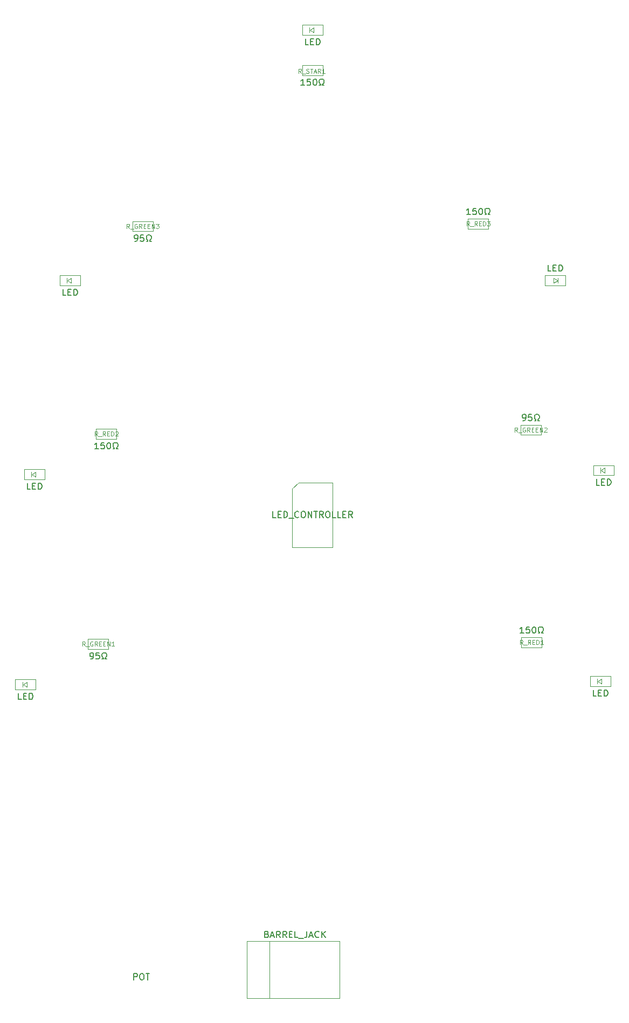
<source format=gbr>
G04 #@! TF.FileFunction,Other,Fab,Top*
%FSLAX46Y46*%
G04 Gerber Fmt 4.6, Leading zero omitted, Abs format (unit mm)*
G04 Created by KiCad (PCBNEW 4.0.6) date Sunday, September 24, 2017 'PMt' 03:47:12 PM*
%MOMM*%
%LPD*%
G01*
G04 APERTURE LIST*
%ADD10C,0.100000*%
%ADD11C,0.150000*%
%ADD12C,0.105000*%
G04 APERTURE END LIST*
D10*
X49765000Y-128270000D02*
X50365000Y-127870000D01*
X50365000Y-127870000D02*
X50365000Y-128670000D01*
X50365000Y-128670000D02*
X49765000Y-128270000D01*
X49715000Y-127870000D02*
X49715000Y-128670000D01*
X48565000Y-129070000D02*
X48565000Y-127470000D01*
X51765000Y-129070000D02*
X48565000Y-129070000D01*
X51765000Y-127470000D02*
X51765000Y-129070000D01*
X48565000Y-127470000D02*
X51765000Y-127470000D01*
X140570000Y-94615000D02*
X141170000Y-94215000D01*
X141170000Y-94215000D02*
X141170000Y-95015000D01*
X141170000Y-95015000D02*
X140570000Y-94615000D01*
X140520000Y-94215000D02*
X140520000Y-95015000D01*
X139370000Y-95415000D02*
X139370000Y-93815000D01*
X142570000Y-95415000D02*
X139370000Y-95415000D01*
X142570000Y-93815000D02*
X142570000Y-95415000D01*
X139370000Y-93815000D02*
X142570000Y-93815000D01*
X56750000Y-64770000D02*
X57350000Y-64370000D01*
X57350000Y-64370000D02*
X57350000Y-65170000D01*
X57350000Y-65170000D02*
X56750000Y-64770000D01*
X56700000Y-64370000D02*
X56700000Y-65170000D01*
X55550000Y-65570000D02*
X55550000Y-63970000D01*
X58750000Y-65570000D02*
X55550000Y-65570000D01*
X58750000Y-63970000D02*
X58750000Y-65570000D01*
X55550000Y-63970000D02*
X58750000Y-63970000D01*
X93075000Y-96520000D02*
X98425000Y-96520000D01*
X98425000Y-96520000D02*
X98425000Y-106680000D01*
X98425000Y-106680000D02*
X92075000Y-106680000D01*
X92075000Y-106680000D02*
X92075000Y-97520000D01*
X92075000Y-97520000D02*
X93075000Y-96520000D01*
X140062000Y-127762000D02*
X140662000Y-127362000D01*
X140662000Y-127362000D02*
X140662000Y-128162000D01*
X140662000Y-128162000D02*
X140062000Y-127762000D01*
X140012000Y-127362000D02*
X140012000Y-128162000D01*
X138862000Y-128562000D02*
X138862000Y-126962000D01*
X142062000Y-128562000D02*
X138862000Y-128562000D01*
X142062000Y-126962000D02*
X142062000Y-128562000D01*
X138862000Y-126962000D02*
X142062000Y-126962000D01*
X51162000Y-95250000D02*
X51762000Y-94850000D01*
X51762000Y-94850000D02*
X51762000Y-95650000D01*
X51762000Y-95650000D02*
X51162000Y-95250000D01*
X51112000Y-94850000D02*
X51112000Y-95650000D01*
X49962000Y-96050000D02*
X49962000Y-94450000D01*
X53162000Y-96050000D02*
X49962000Y-96050000D01*
X53162000Y-94450000D02*
X53162000Y-96050000D01*
X49962000Y-94450000D02*
X53162000Y-94450000D01*
X133750000Y-64770000D02*
X133150000Y-65170000D01*
X133150000Y-65170000D02*
X133150000Y-64370000D01*
X133150000Y-64370000D02*
X133750000Y-64770000D01*
X133800000Y-65170000D02*
X133800000Y-64370000D01*
X134950000Y-63970000D02*
X134950000Y-65570000D01*
X131750000Y-63970000D02*
X134950000Y-63970000D01*
X131750000Y-65570000D02*
X131750000Y-63970000D01*
X134950000Y-65570000D02*
X131750000Y-65570000D01*
X59995000Y-122720000D02*
X59995000Y-121120000D01*
X63195000Y-122720000D02*
X59995000Y-122720000D01*
X63195000Y-121120000D02*
X63195000Y-122720000D01*
X59995000Y-121120000D02*
X63195000Y-121120000D01*
X131140000Y-87465000D02*
X131140000Y-89065000D01*
X127940000Y-87465000D02*
X131140000Y-87465000D01*
X127940000Y-89065000D02*
X127940000Y-87465000D01*
X131140000Y-89065000D02*
X127940000Y-89065000D01*
X66980000Y-57061000D02*
X66980000Y-55461000D01*
X70180000Y-57061000D02*
X66980000Y-57061000D01*
X70180000Y-55461000D02*
X70180000Y-57061000D01*
X66980000Y-55461000D02*
X70180000Y-55461000D01*
X131267000Y-120866000D02*
X131267000Y-122466000D01*
X128067000Y-120866000D02*
X131267000Y-120866000D01*
X128067000Y-122466000D02*
X128067000Y-120866000D01*
X131267000Y-122466000D02*
X128067000Y-122466000D01*
X61265000Y-89700000D02*
X61265000Y-88100000D01*
X64465000Y-89700000D02*
X61265000Y-89700000D01*
X64465000Y-88100000D02*
X64465000Y-89700000D01*
X61265000Y-88100000D02*
X64465000Y-88100000D01*
X122885000Y-55080000D02*
X122885000Y-56680000D01*
X119685000Y-55080000D02*
X122885000Y-55080000D01*
X119685000Y-56680000D02*
X119685000Y-55080000D01*
X122885000Y-56680000D02*
X119685000Y-56680000D01*
X93650000Y-32550000D02*
X93650000Y-30950000D01*
X96850000Y-32550000D02*
X93650000Y-32550000D01*
X96850000Y-30950000D02*
X96850000Y-32550000D01*
X93650000Y-30950000D02*
X96850000Y-30950000D01*
X94850000Y-25400000D02*
X95450000Y-25000000D01*
X95450000Y-25000000D02*
X95450000Y-25800000D01*
X95450000Y-25800000D02*
X94850000Y-25400000D01*
X94800000Y-25000000D02*
X94800000Y-25800000D01*
X93650000Y-26200000D02*
X93650000Y-24600000D01*
X96850000Y-26200000D02*
X93650000Y-26200000D01*
X96850000Y-24600000D02*
X96850000Y-26200000D01*
X93650000Y-24600000D02*
X96850000Y-24600000D01*
X88479000Y-168601000D02*
X88479000Y-177601000D01*
X84979000Y-168601000D02*
X84979000Y-177601000D01*
X84979000Y-177601000D02*
X99479000Y-177601000D01*
X99479000Y-177601000D02*
X99479000Y-168601000D01*
X99479000Y-168601000D02*
X84979000Y-168601000D01*
D11*
X49522143Y-130622381D02*
X49045952Y-130622381D01*
X49045952Y-129622381D01*
X49855476Y-130098571D02*
X50188810Y-130098571D01*
X50331667Y-130622381D02*
X49855476Y-130622381D01*
X49855476Y-129622381D01*
X50331667Y-129622381D01*
X50760238Y-130622381D02*
X50760238Y-129622381D01*
X50998333Y-129622381D01*
X51141191Y-129670000D01*
X51236429Y-129765238D01*
X51284048Y-129860476D01*
X51331667Y-130050952D01*
X51331667Y-130193810D01*
X51284048Y-130384286D01*
X51236429Y-130479524D01*
X51141191Y-130574762D01*
X50998333Y-130622381D01*
X50760238Y-130622381D01*
X140327143Y-96967381D02*
X139850952Y-96967381D01*
X139850952Y-95967381D01*
X140660476Y-96443571D02*
X140993810Y-96443571D01*
X141136667Y-96967381D02*
X140660476Y-96967381D01*
X140660476Y-95967381D01*
X141136667Y-95967381D01*
X141565238Y-96967381D02*
X141565238Y-95967381D01*
X141803333Y-95967381D01*
X141946191Y-96015000D01*
X142041429Y-96110238D01*
X142089048Y-96205476D01*
X142136667Y-96395952D01*
X142136667Y-96538810D01*
X142089048Y-96729286D01*
X142041429Y-96824524D01*
X141946191Y-96919762D01*
X141803333Y-96967381D01*
X141565238Y-96967381D01*
X56507143Y-67122381D02*
X56030952Y-67122381D01*
X56030952Y-66122381D01*
X56840476Y-66598571D02*
X57173810Y-66598571D01*
X57316667Y-67122381D02*
X56840476Y-67122381D01*
X56840476Y-66122381D01*
X57316667Y-66122381D01*
X57745238Y-67122381D02*
X57745238Y-66122381D01*
X57983333Y-66122381D01*
X58126191Y-66170000D01*
X58221429Y-66265238D01*
X58269048Y-66360476D01*
X58316667Y-66550952D01*
X58316667Y-66693810D01*
X58269048Y-66884286D01*
X58221429Y-66979524D01*
X58126191Y-67074762D01*
X57983333Y-67122381D01*
X57745238Y-67122381D01*
X89511905Y-102052381D02*
X89035714Y-102052381D01*
X89035714Y-101052381D01*
X89845238Y-101528571D02*
X90178572Y-101528571D01*
X90321429Y-102052381D02*
X89845238Y-102052381D01*
X89845238Y-101052381D01*
X90321429Y-101052381D01*
X90750000Y-102052381D02*
X90750000Y-101052381D01*
X90988095Y-101052381D01*
X91130953Y-101100000D01*
X91226191Y-101195238D01*
X91273810Y-101290476D01*
X91321429Y-101480952D01*
X91321429Y-101623810D01*
X91273810Y-101814286D01*
X91226191Y-101909524D01*
X91130953Y-102004762D01*
X90988095Y-102052381D01*
X90750000Y-102052381D01*
X91511905Y-102147619D02*
X92273810Y-102147619D01*
X93083334Y-101957143D02*
X93035715Y-102004762D01*
X92892858Y-102052381D01*
X92797620Y-102052381D01*
X92654762Y-102004762D01*
X92559524Y-101909524D01*
X92511905Y-101814286D01*
X92464286Y-101623810D01*
X92464286Y-101480952D01*
X92511905Y-101290476D01*
X92559524Y-101195238D01*
X92654762Y-101100000D01*
X92797620Y-101052381D01*
X92892858Y-101052381D01*
X93035715Y-101100000D01*
X93083334Y-101147619D01*
X93702381Y-101052381D02*
X93892858Y-101052381D01*
X93988096Y-101100000D01*
X94083334Y-101195238D01*
X94130953Y-101385714D01*
X94130953Y-101719048D01*
X94083334Y-101909524D01*
X93988096Y-102004762D01*
X93892858Y-102052381D01*
X93702381Y-102052381D01*
X93607143Y-102004762D01*
X93511905Y-101909524D01*
X93464286Y-101719048D01*
X93464286Y-101385714D01*
X93511905Y-101195238D01*
X93607143Y-101100000D01*
X93702381Y-101052381D01*
X94559524Y-102052381D02*
X94559524Y-101052381D01*
X95130953Y-102052381D01*
X95130953Y-101052381D01*
X95464286Y-101052381D02*
X96035715Y-101052381D01*
X95750000Y-102052381D02*
X95750000Y-101052381D01*
X96940477Y-102052381D02*
X96607143Y-101576190D01*
X96369048Y-102052381D02*
X96369048Y-101052381D01*
X96750001Y-101052381D01*
X96845239Y-101100000D01*
X96892858Y-101147619D01*
X96940477Y-101242857D01*
X96940477Y-101385714D01*
X96892858Y-101480952D01*
X96845239Y-101528571D01*
X96750001Y-101576190D01*
X96369048Y-101576190D01*
X97559524Y-101052381D02*
X97750001Y-101052381D01*
X97845239Y-101100000D01*
X97940477Y-101195238D01*
X97988096Y-101385714D01*
X97988096Y-101719048D01*
X97940477Y-101909524D01*
X97845239Y-102004762D01*
X97750001Y-102052381D01*
X97559524Y-102052381D01*
X97464286Y-102004762D01*
X97369048Y-101909524D01*
X97321429Y-101719048D01*
X97321429Y-101385714D01*
X97369048Y-101195238D01*
X97464286Y-101100000D01*
X97559524Y-101052381D01*
X98892858Y-102052381D02*
X98416667Y-102052381D01*
X98416667Y-101052381D01*
X99702382Y-102052381D02*
X99226191Y-102052381D01*
X99226191Y-101052381D01*
X100035715Y-101528571D02*
X100369049Y-101528571D01*
X100511906Y-102052381D02*
X100035715Y-102052381D01*
X100035715Y-101052381D01*
X100511906Y-101052381D01*
X101511906Y-102052381D02*
X101178572Y-101576190D01*
X100940477Y-102052381D02*
X100940477Y-101052381D01*
X101321430Y-101052381D01*
X101416668Y-101100000D01*
X101464287Y-101147619D01*
X101511906Y-101242857D01*
X101511906Y-101385714D01*
X101464287Y-101480952D01*
X101416668Y-101528571D01*
X101321430Y-101576190D01*
X100940477Y-101576190D01*
X139819143Y-130114381D02*
X139342952Y-130114381D01*
X139342952Y-129114381D01*
X140152476Y-129590571D02*
X140485810Y-129590571D01*
X140628667Y-130114381D02*
X140152476Y-130114381D01*
X140152476Y-129114381D01*
X140628667Y-129114381D01*
X141057238Y-130114381D02*
X141057238Y-129114381D01*
X141295333Y-129114381D01*
X141438191Y-129162000D01*
X141533429Y-129257238D01*
X141581048Y-129352476D01*
X141628667Y-129542952D01*
X141628667Y-129685810D01*
X141581048Y-129876286D01*
X141533429Y-129971524D01*
X141438191Y-130066762D01*
X141295333Y-130114381D01*
X141057238Y-130114381D01*
X50919143Y-97602381D02*
X50442952Y-97602381D01*
X50442952Y-96602381D01*
X51252476Y-97078571D02*
X51585810Y-97078571D01*
X51728667Y-97602381D02*
X51252476Y-97602381D01*
X51252476Y-96602381D01*
X51728667Y-96602381D01*
X52157238Y-97602381D02*
X52157238Y-96602381D01*
X52395333Y-96602381D01*
X52538191Y-96650000D01*
X52633429Y-96745238D01*
X52681048Y-96840476D01*
X52728667Y-97030952D01*
X52728667Y-97173810D01*
X52681048Y-97364286D01*
X52633429Y-97459524D01*
X52538191Y-97554762D01*
X52395333Y-97602381D01*
X52157238Y-97602381D01*
X132707143Y-63322381D02*
X132230952Y-63322381D01*
X132230952Y-62322381D01*
X133040476Y-62798571D02*
X133373810Y-62798571D01*
X133516667Y-63322381D02*
X133040476Y-63322381D01*
X133040476Y-62322381D01*
X133516667Y-62322381D01*
X133945238Y-63322381D02*
X133945238Y-62322381D01*
X134183333Y-62322381D01*
X134326191Y-62370000D01*
X134421429Y-62465238D01*
X134469048Y-62560476D01*
X134516667Y-62750952D01*
X134516667Y-62893810D01*
X134469048Y-63084286D01*
X134421429Y-63179524D01*
X134326191Y-63274762D01*
X134183333Y-63322381D01*
X133945238Y-63322381D01*
X60356905Y-124272381D02*
X60547381Y-124272381D01*
X60642620Y-124224762D01*
X60690239Y-124177143D01*
X60785477Y-124034286D01*
X60833096Y-123843810D01*
X60833096Y-123462857D01*
X60785477Y-123367619D01*
X60737858Y-123320000D01*
X60642620Y-123272381D01*
X60452143Y-123272381D01*
X60356905Y-123320000D01*
X60309286Y-123367619D01*
X60261667Y-123462857D01*
X60261667Y-123700952D01*
X60309286Y-123796190D01*
X60356905Y-123843810D01*
X60452143Y-123891429D01*
X60642620Y-123891429D01*
X60737858Y-123843810D01*
X60785477Y-123796190D01*
X60833096Y-123700952D01*
X61737858Y-123272381D02*
X61261667Y-123272381D01*
X61214048Y-123748571D01*
X61261667Y-123700952D01*
X61356905Y-123653333D01*
X61595001Y-123653333D01*
X61690239Y-123700952D01*
X61737858Y-123748571D01*
X61785477Y-123843810D01*
X61785477Y-124081905D01*
X61737858Y-124177143D01*
X61690239Y-124224762D01*
X61595001Y-124272381D01*
X61356905Y-124272381D01*
X61261667Y-124224762D01*
X61214048Y-124177143D01*
X62166429Y-124272381D02*
X62404524Y-124272381D01*
X62404524Y-124081905D01*
X62309286Y-124034286D01*
X62214048Y-123939048D01*
X62166429Y-123796190D01*
X62166429Y-123558095D01*
X62214048Y-123415238D01*
X62309286Y-123320000D01*
X62452143Y-123272381D01*
X62642620Y-123272381D01*
X62785477Y-123320000D01*
X62880715Y-123415238D01*
X62928334Y-123558095D01*
X62928334Y-123796190D01*
X62880715Y-123939048D01*
X62785477Y-124034286D01*
X62690239Y-124081905D01*
X62690239Y-124272381D01*
X62928334Y-124272381D01*
D12*
X59511668Y-122236667D02*
X59278334Y-121903333D01*
X59111668Y-122236667D02*
X59111668Y-121536667D01*
X59378334Y-121536667D01*
X59445001Y-121570000D01*
X59478334Y-121603333D01*
X59511668Y-121670000D01*
X59511668Y-121770000D01*
X59478334Y-121836667D01*
X59445001Y-121870000D01*
X59378334Y-121903333D01*
X59111668Y-121903333D01*
X59645001Y-122303333D02*
X60178334Y-122303333D01*
X60711667Y-121570000D02*
X60645001Y-121536667D01*
X60545001Y-121536667D01*
X60445001Y-121570000D01*
X60378334Y-121636667D01*
X60345001Y-121703333D01*
X60311667Y-121836667D01*
X60311667Y-121936667D01*
X60345001Y-122070000D01*
X60378334Y-122136667D01*
X60445001Y-122203333D01*
X60545001Y-122236667D01*
X60611667Y-122236667D01*
X60711667Y-122203333D01*
X60745001Y-122170000D01*
X60745001Y-121936667D01*
X60611667Y-121936667D01*
X61445001Y-122236667D02*
X61211667Y-121903333D01*
X61045001Y-122236667D02*
X61045001Y-121536667D01*
X61311667Y-121536667D01*
X61378334Y-121570000D01*
X61411667Y-121603333D01*
X61445001Y-121670000D01*
X61445001Y-121770000D01*
X61411667Y-121836667D01*
X61378334Y-121870000D01*
X61311667Y-121903333D01*
X61045001Y-121903333D01*
X61745001Y-121870000D02*
X61978334Y-121870000D01*
X62078334Y-122236667D02*
X61745001Y-122236667D01*
X61745001Y-121536667D01*
X62078334Y-121536667D01*
X62378334Y-121870000D02*
X62611667Y-121870000D01*
X62711667Y-122236667D02*
X62378334Y-122236667D01*
X62378334Y-121536667D01*
X62711667Y-121536667D01*
X63011667Y-122236667D02*
X63011667Y-121536667D01*
X63411667Y-122236667D01*
X63411667Y-121536667D01*
X64111666Y-122236667D02*
X63711666Y-122236667D01*
X63911666Y-122236667D02*
X63911666Y-121536667D01*
X63845000Y-121636667D01*
X63778333Y-121703333D01*
X63711666Y-121736667D01*
D11*
X128301905Y-86817381D02*
X128492381Y-86817381D01*
X128587620Y-86769762D01*
X128635239Y-86722143D01*
X128730477Y-86579286D01*
X128778096Y-86388810D01*
X128778096Y-86007857D01*
X128730477Y-85912619D01*
X128682858Y-85865000D01*
X128587620Y-85817381D01*
X128397143Y-85817381D01*
X128301905Y-85865000D01*
X128254286Y-85912619D01*
X128206667Y-86007857D01*
X128206667Y-86245952D01*
X128254286Y-86341190D01*
X128301905Y-86388810D01*
X128397143Y-86436429D01*
X128587620Y-86436429D01*
X128682858Y-86388810D01*
X128730477Y-86341190D01*
X128778096Y-86245952D01*
X129682858Y-85817381D02*
X129206667Y-85817381D01*
X129159048Y-86293571D01*
X129206667Y-86245952D01*
X129301905Y-86198333D01*
X129540001Y-86198333D01*
X129635239Y-86245952D01*
X129682858Y-86293571D01*
X129730477Y-86388810D01*
X129730477Y-86626905D01*
X129682858Y-86722143D01*
X129635239Y-86769762D01*
X129540001Y-86817381D01*
X129301905Y-86817381D01*
X129206667Y-86769762D01*
X129159048Y-86722143D01*
X130111429Y-86817381D02*
X130349524Y-86817381D01*
X130349524Y-86626905D01*
X130254286Y-86579286D01*
X130159048Y-86484048D01*
X130111429Y-86341190D01*
X130111429Y-86103095D01*
X130159048Y-85960238D01*
X130254286Y-85865000D01*
X130397143Y-85817381D01*
X130587620Y-85817381D01*
X130730477Y-85865000D01*
X130825715Y-85960238D01*
X130873334Y-86103095D01*
X130873334Y-86341190D01*
X130825715Y-86484048D01*
X130730477Y-86579286D01*
X130635239Y-86626905D01*
X130635239Y-86817381D01*
X130873334Y-86817381D01*
D12*
X127456668Y-88581667D02*
X127223334Y-88248333D01*
X127056668Y-88581667D02*
X127056668Y-87881667D01*
X127323334Y-87881667D01*
X127390001Y-87915000D01*
X127423334Y-87948333D01*
X127456668Y-88015000D01*
X127456668Y-88115000D01*
X127423334Y-88181667D01*
X127390001Y-88215000D01*
X127323334Y-88248333D01*
X127056668Y-88248333D01*
X127590001Y-88648333D02*
X128123334Y-88648333D01*
X128656667Y-87915000D02*
X128590001Y-87881667D01*
X128490001Y-87881667D01*
X128390001Y-87915000D01*
X128323334Y-87981667D01*
X128290001Y-88048333D01*
X128256667Y-88181667D01*
X128256667Y-88281667D01*
X128290001Y-88415000D01*
X128323334Y-88481667D01*
X128390001Y-88548333D01*
X128490001Y-88581667D01*
X128556667Y-88581667D01*
X128656667Y-88548333D01*
X128690001Y-88515000D01*
X128690001Y-88281667D01*
X128556667Y-88281667D01*
X129390001Y-88581667D02*
X129156667Y-88248333D01*
X128990001Y-88581667D02*
X128990001Y-87881667D01*
X129256667Y-87881667D01*
X129323334Y-87915000D01*
X129356667Y-87948333D01*
X129390001Y-88015000D01*
X129390001Y-88115000D01*
X129356667Y-88181667D01*
X129323334Y-88215000D01*
X129256667Y-88248333D01*
X128990001Y-88248333D01*
X129690001Y-88215000D02*
X129923334Y-88215000D01*
X130023334Y-88581667D02*
X129690001Y-88581667D01*
X129690001Y-87881667D01*
X130023334Y-87881667D01*
X130323334Y-88215000D02*
X130556667Y-88215000D01*
X130656667Y-88581667D02*
X130323334Y-88581667D01*
X130323334Y-87881667D01*
X130656667Y-87881667D01*
X130956667Y-88581667D02*
X130956667Y-87881667D01*
X131356667Y-88581667D01*
X131356667Y-87881667D01*
X131656666Y-87948333D02*
X131690000Y-87915000D01*
X131756666Y-87881667D01*
X131923333Y-87881667D01*
X131990000Y-87915000D01*
X132023333Y-87948333D01*
X132056666Y-88015000D01*
X132056666Y-88081667D01*
X132023333Y-88181667D01*
X131623333Y-88581667D01*
X132056666Y-88581667D01*
D11*
X67341905Y-58613381D02*
X67532381Y-58613381D01*
X67627620Y-58565762D01*
X67675239Y-58518143D01*
X67770477Y-58375286D01*
X67818096Y-58184810D01*
X67818096Y-57803857D01*
X67770477Y-57708619D01*
X67722858Y-57661000D01*
X67627620Y-57613381D01*
X67437143Y-57613381D01*
X67341905Y-57661000D01*
X67294286Y-57708619D01*
X67246667Y-57803857D01*
X67246667Y-58041952D01*
X67294286Y-58137190D01*
X67341905Y-58184810D01*
X67437143Y-58232429D01*
X67627620Y-58232429D01*
X67722858Y-58184810D01*
X67770477Y-58137190D01*
X67818096Y-58041952D01*
X68722858Y-57613381D02*
X68246667Y-57613381D01*
X68199048Y-58089571D01*
X68246667Y-58041952D01*
X68341905Y-57994333D01*
X68580001Y-57994333D01*
X68675239Y-58041952D01*
X68722858Y-58089571D01*
X68770477Y-58184810D01*
X68770477Y-58422905D01*
X68722858Y-58518143D01*
X68675239Y-58565762D01*
X68580001Y-58613381D01*
X68341905Y-58613381D01*
X68246667Y-58565762D01*
X68199048Y-58518143D01*
X69151429Y-58613381D02*
X69389524Y-58613381D01*
X69389524Y-58422905D01*
X69294286Y-58375286D01*
X69199048Y-58280048D01*
X69151429Y-58137190D01*
X69151429Y-57899095D01*
X69199048Y-57756238D01*
X69294286Y-57661000D01*
X69437143Y-57613381D01*
X69627620Y-57613381D01*
X69770477Y-57661000D01*
X69865715Y-57756238D01*
X69913334Y-57899095D01*
X69913334Y-58137190D01*
X69865715Y-58280048D01*
X69770477Y-58375286D01*
X69675239Y-58422905D01*
X69675239Y-58613381D01*
X69913334Y-58613381D01*
D12*
X66496668Y-56577667D02*
X66263334Y-56244333D01*
X66096668Y-56577667D02*
X66096668Y-55877667D01*
X66363334Y-55877667D01*
X66430001Y-55911000D01*
X66463334Y-55944333D01*
X66496668Y-56011000D01*
X66496668Y-56111000D01*
X66463334Y-56177667D01*
X66430001Y-56211000D01*
X66363334Y-56244333D01*
X66096668Y-56244333D01*
X66630001Y-56644333D02*
X67163334Y-56644333D01*
X67696667Y-55911000D02*
X67630001Y-55877667D01*
X67530001Y-55877667D01*
X67430001Y-55911000D01*
X67363334Y-55977667D01*
X67330001Y-56044333D01*
X67296667Y-56177667D01*
X67296667Y-56277667D01*
X67330001Y-56411000D01*
X67363334Y-56477667D01*
X67430001Y-56544333D01*
X67530001Y-56577667D01*
X67596667Y-56577667D01*
X67696667Y-56544333D01*
X67730001Y-56511000D01*
X67730001Y-56277667D01*
X67596667Y-56277667D01*
X68430001Y-56577667D02*
X68196667Y-56244333D01*
X68030001Y-56577667D02*
X68030001Y-55877667D01*
X68296667Y-55877667D01*
X68363334Y-55911000D01*
X68396667Y-55944333D01*
X68430001Y-56011000D01*
X68430001Y-56111000D01*
X68396667Y-56177667D01*
X68363334Y-56211000D01*
X68296667Y-56244333D01*
X68030001Y-56244333D01*
X68730001Y-56211000D02*
X68963334Y-56211000D01*
X69063334Y-56577667D02*
X68730001Y-56577667D01*
X68730001Y-55877667D01*
X69063334Y-55877667D01*
X69363334Y-56211000D02*
X69596667Y-56211000D01*
X69696667Y-56577667D02*
X69363334Y-56577667D01*
X69363334Y-55877667D01*
X69696667Y-55877667D01*
X69996667Y-56577667D02*
X69996667Y-55877667D01*
X70396667Y-56577667D01*
X70396667Y-55877667D01*
X70663333Y-55877667D02*
X71096666Y-55877667D01*
X70863333Y-56144333D01*
X70963333Y-56144333D01*
X71030000Y-56177667D01*
X71063333Y-56211000D01*
X71096666Y-56277667D01*
X71096666Y-56444333D01*
X71063333Y-56511000D01*
X71030000Y-56544333D01*
X70963333Y-56577667D01*
X70763333Y-56577667D01*
X70696666Y-56544333D01*
X70663333Y-56511000D01*
D11*
X128428905Y-120218381D02*
X127857476Y-120218381D01*
X128143190Y-120218381D02*
X128143190Y-119218381D01*
X128047952Y-119361238D01*
X127952714Y-119456476D01*
X127857476Y-119504095D01*
X129333667Y-119218381D02*
X128857476Y-119218381D01*
X128809857Y-119694571D01*
X128857476Y-119646952D01*
X128952714Y-119599333D01*
X129190810Y-119599333D01*
X129286048Y-119646952D01*
X129333667Y-119694571D01*
X129381286Y-119789810D01*
X129381286Y-120027905D01*
X129333667Y-120123143D01*
X129286048Y-120170762D01*
X129190810Y-120218381D01*
X128952714Y-120218381D01*
X128857476Y-120170762D01*
X128809857Y-120123143D01*
X130000333Y-119218381D02*
X130095572Y-119218381D01*
X130190810Y-119266000D01*
X130238429Y-119313619D01*
X130286048Y-119408857D01*
X130333667Y-119599333D01*
X130333667Y-119837429D01*
X130286048Y-120027905D01*
X130238429Y-120123143D01*
X130190810Y-120170762D01*
X130095572Y-120218381D01*
X130000333Y-120218381D01*
X129905095Y-120170762D01*
X129857476Y-120123143D01*
X129809857Y-120027905D01*
X129762238Y-119837429D01*
X129762238Y-119599333D01*
X129809857Y-119408857D01*
X129857476Y-119313619D01*
X129905095Y-119266000D01*
X130000333Y-119218381D01*
X130714619Y-120218381D02*
X130952714Y-120218381D01*
X130952714Y-120027905D01*
X130857476Y-119980286D01*
X130762238Y-119885048D01*
X130714619Y-119742190D01*
X130714619Y-119504095D01*
X130762238Y-119361238D01*
X130857476Y-119266000D01*
X131000333Y-119218381D01*
X131190810Y-119218381D01*
X131333667Y-119266000D01*
X131428905Y-119361238D01*
X131476524Y-119504095D01*
X131476524Y-119742190D01*
X131428905Y-119885048D01*
X131333667Y-119980286D01*
X131238429Y-120027905D01*
X131238429Y-120218381D01*
X131476524Y-120218381D01*
D12*
X128267001Y-121982667D02*
X128033667Y-121649333D01*
X127867001Y-121982667D02*
X127867001Y-121282667D01*
X128133667Y-121282667D01*
X128200334Y-121316000D01*
X128233667Y-121349333D01*
X128267001Y-121416000D01*
X128267001Y-121516000D01*
X128233667Y-121582667D01*
X128200334Y-121616000D01*
X128133667Y-121649333D01*
X127867001Y-121649333D01*
X128400334Y-122049333D02*
X128933667Y-122049333D01*
X129500334Y-121982667D02*
X129267000Y-121649333D01*
X129100334Y-121982667D02*
X129100334Y-121282667D01*
X129367000Y-121282667D01*
X129433667Y-121316000D01*
X129467000Y-121349333D01*
X129500334Y-121416000D01*
X129500334Y-121516000D01*
X129467000Y-121582667D01*
X129433667Y-121616000D01*
X129367000Y-121649333D01*
X129100334Y-121649333D01*
X129800334Y-121616000D02*
X130033667Y-121616000D01*
X130133667Y-121982667D02*
X129800334Y-121982667D01*
X129800334Y-121282667D01*
X130133667Y-121282667D01*
X130433667Y-121982667D02*
X130433667Y-121282667D01*
X130600333Y-121282667D01*
X130700333Y-121316000D01*
X130767000Y-121382667D01*
X130800333Y-121449333D01*
X130833667Y-121582667D01*
X130833667Y-121682667D01*
X130800333Y-121816000D01*
X130767000Y-121882667D01*
X130700333Y-121949333D01*
X130600333Y-121982667D01*
X130433667Y-121982667D01*
X131500333Y-121982667D02*
X131100333Y-121982667D01*
X131300333Y-121982667D02*
X131300333Y-121282667D01*
X131233667Y-121382667D01*
X131167000Y-121449333D01*
X131100333Y-121482667D01*
D11*
X61626905Y-91252381D02*
X61055476Y-91252381D01*
X61341190Y-91252381D02*
X61341190Y-90252381D01*
X61245952Y-90395238D01*
X61150714Y-90490476D01*
X61055476Y-90538095D01*
X62531667Y-90252381D02*
X62055476Y-90252381D01*
X62007857Y-90728571D01*
X62055476Y-90680952D01*
X62150714Y-90633333D01*
X62388810Y-90633333D01*
X62484048Y-90680952D01*
X62531667Y-90728571D01*
X62579286Y-90823810D01*
X62579286Y-91061905D01*
X62531667Y-91157143D01*
X62484048Y-91204762D01*
X62388810Y-91252381D01*
X62150714Y-91252381D01*
X62055476Y-91204762D01*
X62007857Y-91157143D01*
X63198333Y-90252381D02*
X63293572Y-90252381D01*
X63388810Y-90300000D01*
X63436429Y-90347619D01*
X63484048Y-90442857D01*
X63531667Y-90633333D01*
X63531667Y-90871429D01*
X63484048Y-91061905D01*
X63436429Y-91157143D01*
X63388810Y-91204762D01*
X63293572Y-91252381D01*
X63198333Y-91252381D01*
X63103095Y-91204762D01*
X63055476Y-91157143D01*
X63007857Y-91061905D01*
X62960238Y-90871429D01*
X62960238Y-90633333D01*
X63007857Y-90442857D01*
X63055476Y-90347619D01*
X63103095Y-90300000D01*
X63198333Y-90252381D01*
X63912619Y-91252381D02*
X64150714Y-91252381D01*
X64150714Y-91061905D01*
X64055476Y-91014286D01*
X63960238Y-90919048D01*
X63912619Y-90776190D01*
X63912619Y-90538095D01*
X63960238Y-90395238D01*
X64055476Y-90300000D01*
X64198333Y-90252381D01*
X64388810Y-90252381D01*
X64531667Y-90300000D01*
X64626905Y-90395238D01*
X64674524Y-90538095D01*
X64674524Y-90776190D01*
X64626905Y-90919048D01*
X64531667Y-91014286D01*
X64436429Y-91061905D01*
X64436429Y-91252381D01*
X64674524Y-91252381D01*
D12*
X61465001Y-89216667D02*
X61231667Y-88883333D01*
X61065001Y-89216667D02*
X61065001Y-88516667D01*
X61331667Y-88516667D01*
X61398334Y-88550000D01*
X61431667Y-88583333D01*
X61465001Y-88650000D01*
X61465001Y-88750000D01*
X61431667Y-88816667D01*
X61398334Y-88850000D01*
X61331667Y-88883333D01*
X61065001Y-88883333D01*
X61598334Y-89283333D02*
X62131667Y-89283333D01*
X62698334Y-89216667D02*
X62465000Y-88883333D01*
X62298334Y-89216667D02*
X62298334Y-88516667D01*
X62565000Y-88516667D01*
X62631667Y-88550000D01*
X62665000Y-88583333D01*
X62698334Y-88650000D01*
X62698334Y-88750000D01*
X62665000Y-88816667D01*
X62631667Y-88850000D01*
X62565000Y-88883333D01*
X62298334Y-88883333D01*
X62998334Y-88850000D02*
X63231667Y-88850000D01*
X63331667Y-89216667D02*
X62998334Y-89216667D01*
X62998334Y-88516667D01*
X63331667Y-88516667D01*
X63631667Y-89216667D02*
X63631667Y-88516667D01*
X63798333Y-88516667D01*
X63898333Y-88550000D01*
X63965000Y-88616667D01*
X63998333Y-88683333D01*
X64031667Y-88816667D01*
X64031667Y-88916667D01*
X63998333Y-89050000D01*
X63965000Y-89116667D01*
X63898333Y-89183333D01*
X63798333Y-89216667D01*
X63631667Y-89216667D01*
X64298333Y-88583333D02*
X64331667Y-88550000D01*
X64398333Y-88516667D01*
X64565000Y-88516667D01*
X64631667Y-88550000D01*
X64665000Y-88583333D01*
X64698333Y-88650000D01*
X64698333Y-88716667D01*
X64665000Y-88816667D01*
X64265000Y-89216667D01*
X64698333Y-89216667D01*
D11*
X120046905Y-54432381D02*
X119475476Y-54432381D01*
X119761190Y-54432381D02*
X119761190Y-53432381D01*
X119665952Y-53575238D01*
X119570714Y-53670476D01*
X119475476Y-53718095D01*
X120951667Y-53432381D02*
X120475476Y-53432381D01*
X120427857Y-53908571D01*
X120475476Y-53860952D01*
X120570714Y-53813333D01*
X120808810Y-53813333D01*
X120904048Y-53860952D01*
X120951667Y-53908571D01*
X120999286Y-54003810D01*
X120999286Y-54241905D01*
X120951667Y-54337143D01*
X120904048Y-54384762D01*
X120808810Y-54432381D01*
X120570714Y-54432381D01*
X120475476Y-54384762D01*
X120427857Y-54337143D01*
X121618333Y-53432381D02*
X121713572Y-53432381D01*
X121808810Y-53480000D01*
X121856429Y-53527619D01*
X121904048Y-53622857D01*
X121951667Y-53813333D01*
X121951667Y-54051429D01*
X121904048Y-54241905D01*
X121856429Y-54337143D01*
X121808810Y-54384762D01*
X121713572Y-54432381D01*
X121618333Y-54432381D01*
X121523095Y-54384762D01*
X121475476Y-54337143D01*
X121427857Y-54241905D01*
X121380238Y-54051429D01*
X121380238Y-53813333D01*
X121427857Y-53622857D01*
X121475476Y-53527619D01*
X121523095Y-53480000D01*
X121618333Y-53432381D01*
X122332619Y-54432381D02*
X122570714Y-54432381D01*
X122570714Y-54241905D01*
X122475476Y-54194286D01*
X122380238Y-54099048D01*
X122332619Y-53956190D01*
X122332619Y-53718095D01*
X122380238Y-53575238D01*
X122475476Y-53480000D01*
X122618333Y-53432381D01*
X122808810Y-53432381D01*
X122951667Y-53480000D01*
X123046905Y-53575238D01*
X123094524Y-53718095D01*
X123094524Y-53956190D01*
X123046905Y-54099048D01*
X122951667Y-54194286D01*
X122856429Y-54241905D01*
X122856429Y-54432381D01*
X123094524Y-54432381D01*
D12*
X119885001Y-56196667D02*
X119651667Y-55863333D01*
X119485001Y-56196667D02*
X119485001Y-55496667D01*
X119751667Y-55496667D01*
X119818334Y-55530000D01*
X119851667Y-55563333D01*
X119885001Y-55630000D01*
X119885001Y-55730000D01*
X119851667Y-55796667D01*
X119818334Y-55830000D01*
X119751667Y-55863333D01*
X119485001Y-55863333D01*
X120018334Y-56263333D02*
X120551667Y-56263333D01*
X121118334Y-56196667D02*
X120885000Y-55863333D01*
X120718334Y-56196667D02*
X120718334Y-55496667D01*
X120985000Y-55496667D01*
X121051667Y-55530000D01*
X121085000Y-55563333D01*
X121118334Y-55630000D01*
X121118334Y-55730000D01*
X121085000Y-55796667D01*
X121051667Y-55830000D01*
X120985000Y-55863333D01*
X120718334Y-55863333D01*
X121418334Y-55830000D02*
X121651667Y-55830000D01*
X121751667Y-56196667D02*
X121418334Y-56196667D01*
X121418334Y-55496667D01*
X121751667Y-55496667D01*
X122051667Y-56196667D02*
X122051667Y-55496667D01*
X122218333Y-55496667D01*
X122318333Y-55530000D01*
X122385000Y-55596667D01*
X122418333Y-55663333D01*
X122451667Y-55796667D01*
X122451667Y-55896667D01*
X122418333Y-56030000D01*
X122385000Y-56096667D01*
X122318333Y-56163333D01*
X122218333Y-56196667D01*
X122051667Y-56196667D01*
X122685000Y-55496667D02*
X123118333Y-55496667D01*
X122885000Y-55763333D01*
X122985000Y-55763333D01*
X123051667Y-55796667D01*
X123085000Y-55830000D01*
X123118333Y-55896667D01*
X123118333Y-56063333D01*
X123085000Y-56130000D01*
X123051667Y-56163333D01*
X122985000Y-56196667D01*
X122785000Y-56196667D01*
X122718333Y-56163333D01*
X122685000Y-56130000D01*
D11*
X94011905Y-34102381D02*
X93440476Y-34102381D01*
X93726190Y-34102381D02*
X93726190Y-33102381D01*
X93630952Y-33245238D01*
X93535714Y-33340476D01*
X93440476Y-33388095D01*
X94916667Y-33102381D02*
X94440476Y-33102381D01*
X94392857Y-33578571D01*
X94440476Y-33530952D01*
X94535714Y-33483333D01*
X94773810Y-33483333D01*
X94869048Y-33530952D01*
X94916667Y-33578571D01*
X94964286Y-33673810D01*
X94964286Y-33911905D01*
X94916667Y-34007143D01*
X94869048Y-34054762D01*
X94773810Y-34102381D01*
X94535714Y-34102381D01*
X94440476Y-34054762D01*
X94392857Y-34007143D01*
X95583333Y-33102381D02*
X95678572Y-33102381D01*
X95773810Y-33150000D01*
X95821429Y-33197619D01*
X95869048Y-33292857D01*
X95916667Y-33483333D01*
X95916667Y-33721429D01*
X95869048Y-33911905D01*
X95821429Y-34007143D01*
X95773810Y-34054762D01*
X95678572Y-34102381D01*
X95583333Y-34102381D01*
X95488095Y-34054762D01*
X95440476Y-34007143D01*
X95392857Y-33911905D01*
X95345238Y-33721429D01*
X95345238Y-33483333D01*
X95392857Y-33292857D01*
X95440476Y-33197619D01*
X95488095Y-33150000D01*
X95583333Y-33102381D01*
X96297619Y-34102381D02*
X96535714Y-34102381D01*
X96535714Y-33911905D01*
X96440476Y-33864286D01*
X96345238Y-33769048D01*
X96297619Y-33626190D01*
X96297619Y-33388095D01*
X96345238Y-33245238D01*
X96440476Y-33150000D01*
X96583333Y-33102381D01*
X96773810Y-33102381D01*
X96916667Y-33150000D01*
X97011905Y-33245238D01*
X97059524Y-33388095D01*
X97059524Y-33626190D01*
X97011905Y-33769048D01*
X96916667Y-33864286D01*
X96821429Y-33911905D01*
X96821429Y-34102381D01*
X97059524Y-34102381D01*
D12*
X93489667Y-32193667D02*
X93256333Y-31860333D01*
X93089667Y-32193667D02*
X93089667Y-31493667D01*
X93356333Y-31493667D01*
X93423000Y-31527000D01*
X93456333Y-31560333D01*
X93489667Y-31627000D01*
X93489667Y-31727000D01*
X93456333Y-31793667D01*
X93423000Y-31827000D01*
X93356333Y-31860333D01*
X93089667Y-31860333D01*
X93623000Y-32260333D02*
X94156333Y-32260333D01*
X94289666Y-32160333D02*
X94389666Y-32193667D01*
X94556333Y-32193667D01*
X94623000Y-32160333D01*
X94656333Y-32127000D01*
X94689666Y-32060333D01*
X94689666Y-31993667D01*
X94656333Y-31927000D01*
X94623000Y-31893667D01*
X94556333Y-31860333D01*
X94423000Y-31827000D01*
X94356333Y-31793667D01*
X94323000Y-31760333D01*
X94289666Y-31693667D01*
X94289666Y-31627000D01*
X94323000Y-31560333D01*
X94356333Y-31527000D01*
X94423000Y-31493667D01*
X94589666Y-31493667D01*
X94689666Y-31527000D01*
X94889667Y-31493667D02*
X95289667Y-31493667D01*
X95089667Y-32193667D02*
X95089667Y-31493667D01*
X95489666Y-31993667D02*
X95823000Y-31993667D01*
X95423000Y-32193667D02*
X95656333Y-31493667D01*
X95889666Y-32193667D01*
X96523000Y-32193667D02*
X96289666Y-31860333D01*
X96123000Y-32193667D02*
X96123000Y-31493667D01*
X96389666Y-31493667D01*
X96456333Y-31527000D01*
X96489666Y-31560333D01*
X96523000Y-31627000D01*
X96523000Y-31727000D01*
X96489666Y-31793667D01*
X96456333Y-31827000D01*
X96389666Y-31860333D01*
X96123000Y-31860333D01*
X97189666Y-32193667D02*
X96789666Y-32193667D01*
X96989666Y-32193667D02*
X96989666Y-31493667D01*
X96923000Y-31593667D01*
X96856333Y-31660333D01*
X96789666Y-31693667D01*
D11*
X67159333Y-174696381D02*
X67159333Y-173696381D01*
X67540286Y-173696381D01*
X67635524Y-173744000D01*
X67683143Y-173791619D01*
X67730762Y-173886857D01*
X67730762Y-174029714D01*
X67683143Y-174124952D01*
X67635524Y-174172571D01*
X67540286Y-174220190D01*
X67159333Y-174220190D01*
X68349809Y-173696381D02*
X68540286Y-173696381D01*
X68635524Y-173744000D01*
X68730762Y-173839238D01*
X68778381Y-174029714D01*
X68778381Y-174363048D01*
X68730762Y-174553524D01*
X68635524Y-174648762D01*
X68540286Y-174696381D01*
X68349809Y-174696381D01*
X68254571Y-174648762D01*
X68159333Y-174553524D01*
X68111714Y-174363048D01*
X68111714Y-174029714D01*
X68159333Y-173839238D01*
X68254571Y-173744000D01*
X68349809Y-173696381D01*
X69064095Y-173696381D02*
X69635524Y-173696381D01*
X69349809Y-174696381D02*
X69349809Y-173696381D01*
X94607143Y-27752381D02*
X94130952Y-27752381D01*
X94130952Y-26752381D01*
X94940476Y-27228571D02*
X95273810Y-27228571D01*
X95416667Y-27752381D02*
X94940476Y-27752381D01*
X94940476Y-26752381D01*
X95416667Y-26752381D01*
X95845238Y-27752381D02*
X95845238Y-26752381D01*
X96083333Y-26752381D01*
X96226191Y-26800000D01*
X96321429Y-26895238D01*
X96369048Y-26990476D01*
X96416667Y-27180952D01*
X96416667Y-27323810D01*
X96369048Y-27514286D01*
X96321429Y-27609524D01*
X96226191Y-27704762D01*
X96083333Y-27752381D01*
X95845238Y-27752381D01*
X88074238Y-167529571D02*
X88217095Y-167577190D01*
X88264714Y-167624810D01*
X88312333Y-167720048D01*
X88312333Y-167862905D01*
X88264714Y-167958143D01*
X88217095Y-168005762D01*
X88121857Y-168053381D01*
X87740904Y-168053381D01*
X87740904Y-167053381D01*
X88074238Y-167053381D01*
X88169476Y-167101000D01*
X88217095Y-167148619D01*
X88264714Y-167243857D01*
X88264714Y-167339095D01*
X88217095Y-167434333D01*
X88169476Y-167481952D01*
X88074238Y-167529571D01*
X87740904Y-167529571D01*
X88693285Y-167767667D02*
X89169476Y-167767667D01*
X88598047Y-168053381D02*
X88931380Y-167053381D01*
X89264714Y-168053381D01*
X90169476Y-168053381D02*
X89836142Y-167577190D01*
X89598047Y-168053381D02*
X89598047Y-167053381D01*
X89979000Y-167053381D01*
X90074238Y-167101000D01*
X90121857Y-167148619D01*
X90169476Y-167243857D01*
X90169476Y-167386714D01*
X90121857Y-167481952D01*
X90074238Y-167529571D01*
X89979000Y-167577190D01*
X89598047Y-167577190D01*
X91169476Y-168053381D02*
X90836142Y-167577190D01*
X90598047Y-168053381D02*
X90598047Y-167053381D01*
X90979000Y-167053381D01*
X91074238Y-167101000D01*
X91121857Y-167148619D01*
X91169476Y-167243857D01*
X91169476Y-167386714D01*
X91121857Y-167481952D01*
X91074238Y-167529571D01*
X90979000Y-167577190D01*
X90598047Y-167577190D01*
X91598047Y-167529571D02*
X91931381Y-167529571D01*
X92074238Y-168053381D02*
X91598047Y-168053381D01*
X91598047Y-167053381D01*
X92074238Y-167053381D01*
X92979000Y-168053381D02*
X92502809Y-168053381D01*
X92502809Y-167053381D01*
X93074238Y-168148619D02*
X93836143Y-168148619D01*
X94359953Y-167053381D02*
X94359953Y-167767667D01*
X94312333Y-167910524D01*
X94217095Y-168005762D01*
X94074238Y-168053381D01*
X93979000Y-168053381D01*
X94788524Y-167767667D02*
X95264715Y-167767667D01*
X94693286Y-168053381D02*
X95026619Y-167053381D01*
X95359953Y-168053381D01*
X96264715Y-167958143D02*
X96217096Y-168005762D01*
X96074239Y-168053381D01*
X95979001Y-168053381D01*
X95836143Y-168005762D01*
X95740905Y-167910524D01*
X95693286Y-167815286D01*
X95645667Y-167624810D01*
X95645667Y-167481952D01*
X95693286Y-167291476D01*
X95740905Y-167196238D01*
X95836143Y-167101000D01*
X95979001Y-167053381D01*
X96074239Y-167053381D01*
X96217096Y-167101000D01*
X96264715Y-167148619D01*
X96693286Y-168053381D02*
X96693286Y-167053381D01*
X97264715Y-168053381D02*
X96836143Y-167481952D01*
X97264715Y-167053381D02*
X96693286Y-167624810D01*
M02*

</source>
